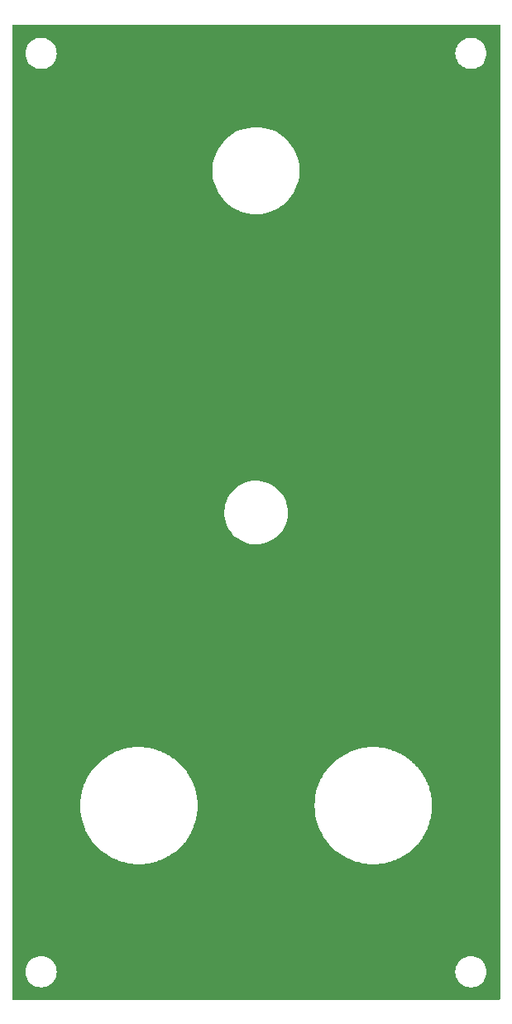
<source format=gbr>
%TF.GenerationSoftware,KiCad,Pcbnew,7.0.9*%
%TF.CreationDate,2024-05-22T12:08:36+01:00*%
%TF.ProjectId,Esp32EduModular-Acc-Panel,45737033-3245-4647-954d-6f64756c6172,rev?*%
%TF.SameCoordinates,Original*%
%TF.FileFunction,Copper,L2,Bot*%
%TF.FilePolarity,Positive*%
%FSLAX46Y46*%
G04 Gerber Fmt 4.6, Leading zero omitted, Abs format (unit mm)*
G04 Created by KiCad (PCBNEW 7.0.9) date 2024-05-22 12:08:36*
%MOMM*%
%LPD*%
G01*
G04 APERTURE LIST*
G04 APERTURE END LIST*
%TA.AperFunction,NonConductor*%
G36*
X99942539Y-50057685D02*
G01*
X99988294Y-50110489D01*
X99999500Y-50162000D01*
X99999500Y-149736000D01*
X99979815Y-149803039D01*
X99927011Y-149848794D01*
X99875500Y-149860000D01*
X50162000Y-149860000D01*
X50094961Y-149840315D01*
X50049206Y-149787511D01*
X50038000Y-149736000D01*
X50038000Y-147000000D01*
X51394551Y-147000000D01*
X51414317Y-147251151D01*
X51473126Y-147496110D01*
X51569533Y-147728859D01*
X51701160Y-147943653D01*
X51701161Y-147943656D01*
X51701164Y-147943659D01*
X51864776Y-148135224D01*
X52013066Y-148261875D01*
X52056343Y-148298838D01*
X52056346Y-148298839D01*
X52271140Y-148430466D01*
X52503889Y-148526873D01*
X52748852Y-148585683D01*
X52904950Y-148597968D01*
X52937116Y-148600500D01*
X52937118Y-148600500D01*
X53062884Y-148600500D01*
X53092518Y-148598167D01*
X53251148Y-148585683D01*
X53496111Y-148526873D01*
X53728859Y-148430466D01*
X53943659Y-148298836D01*
X54135224Y-148135224D01*
X54298836Y-147943659D01*
X54430466Y-147728859D01*
X54526873Y-147496111D01*
X54585683Y-147251148D01*
X54605449Y-147000000D01*
X95394551Y-147000000D01*
X95414317Y-147251151D01*
X95473126Y-147496110D01*
X95569533Y-147728859D01*
X95701160Y-147943653D01*
X95701161Y-147943656D01*
X95701164Y-147943659D01*
X95864776Y-148135224D01*
X96013066Y-148261875D01*
X96056343Y-148298838D01*
X96056346Y-148298839D01*
X96271140Y-148430466D01*
X96503889Y-148526873D01*
X96748852Y-148585683D01*
X96904950Y-148597968D01*
X96937116Y-148600500D01*
X96937118Y-148600500D01*
X97062884Y-148600500D01*
X97092518Y-148598167D01*
X97251148Y-148585683D01*
X97496111Y-148526873D01*
X97728859Y-148430466D01*
X97943659Y-148298836D01*
X98135224Y-148135224D01*
X98298836Y-147943659D01*
X98430466Y-147728859D01*
X98526873Y-147496111D01*
X98585683Y-147251148D01*
X98605449Y-147000000D01*
X98585683Y-146748852D01*
X98526873Y-146503889D01*
X98430466Y-146271141D01*
X98430466Y-146271140D01*
X98298839Y-146056346D01*
X98298838Y-146056343D01*
X98261875Y-146013066D01*
X98135224Y-145864776D01*
X98008571Y-145756604D01*
X97943656Y-145701161D01*
X97943653Y-145701160D01*
X97728859Y-145569533D01*
X97496110Y-145473126D01*
X97251150Y-145414317D01*
X97062884Y-145399500D01*
X97062882Y-145399500D01*
X96937118Y-145399500D01*
X96937116Y-145399500D01*
X96748849Y-145414317D01*
X96503889Y-145473126D01*
X96271140Y-145569533D01*
X96056346Y-145701160D01*
X96056343Y-145701161D01*
X95864776Y-145864776D01*
X95701161Y-146056343D01*
X95701160Y-146056346D01*
X95569533Y-146271140D01*
X95473126Y-146503889D01*
X95414317Y-146748848D01*
X95394551Y-147000000D01*
X54605449Y-147000000D01*
X54585683Y-146748852D01*
X54526873Y-146503889D01*
X54430466Y-146271141D01*
X54430466Y-146271140D01*
X54298839Y-146056346D01*
X54298838Y-146056343D01*
X54261875Y-146013066D01*
X54135224Y-145864776D01*
X54008571Y-145756604D01*
X53943656Y-145701161D01*
X53943653Y-145701160D01*
X53728859Y-145569533D01*
X53496110Y-145473126D01*
X53251150Y-145414317D01*
X53062884Y-145399500D01*
X53062882Y-145399500D01*
X52937118Y-145399500D01*
X52937116Y-145399500D01*
X52748849Y-145414317D01*
X52503889Y-145473126D01*
X52271140Y-145569533D01*
X52056346Y-145701160D01*
X52056343Y-145701161D01*
X51864776Y-145864776D01*
X51701161Y-146056343D01*
X51701160Y-146056346D01*
X51569533Y-146271140D01*
X51473126Y-146503889D01*
X51414317Y-146748848D01*
X51394551Y-147000000D01*
X50038000Y-147000000D01*
X50038000Y-130000000D01*
X56994630Y-130000000D01*
X57014104Y-130483231D01*
X57014104Y-130483230D01*
X57072398Y-130963332D01*
X57072398Y-130963331D01*
X57169136Y-131437184D01*
X57303691Y-131901717D01*
X57475186Y-132353913D01*
X57475186Y-132353912D01*
X57549420Y-132510356D01*
X57682509Y-132790835D01*
X57796476Y-132988232D01*
X57924326Y-133209673D01*
X58012874Y-133337957D01*
X58199050Y-133607680D01*
X58504916Y-133982297D01*
X58504919Y-133982300D01*
X58504919Y-133982301D01*
X58675555Y-134159951D01*
X58839934Y-134331088D01*
X58939574Y-134419361D01*
X59201925Y-134651784D01*
X59201925Y-134651783D01*
X59201932Y-134651789D01*
X59477941Y-134859197D01*
X59588564Y-134942325D01*
X59997318Y-135200805D01*
X59997319Y-135200805D01*
X60425549Y-135425557D01*
X60505473Y-135459609D01*
X60506466Y-135460063D01*
X60508179Y-135460762D01*
X60870466Y-135615118D01*
X60870468Y-135615118D01*
X60870476Y-135615122D01*
X60870475Y-135615122D01*
X60925099Y-135633357D01*
X60955301Y-135643440D01*
X60959089Y-135644845D01*
X60959815Y-135645142D01*
X60970660Y-135648567D01*
X61312310Y-135762628D01*
X61329204Y-135768268D01*
X61419812Y-135790601D01*
X61423646Y-135791678D01*
X61426727Y-135792651D01*
X61426730Y-135792651D01*
X61426735Y-135792653D01*
X61445698Y-135796980D01*
X61798772Y-135884005D01*
X61798780Y-135884006D01*
X61798783Y-135884007D01*
X61798782Y-135884007D01*
X61835648Y-135889998D01*
X61894784Y-135899608D01*
X61898598Y-135900352D01*
X61904125Y-135901614D01*
X61904126Y-135901614D01*
X61904130Y-135901615D01*
X61904131Y-135901615D01*
X61930137Y-135905354D01*
X62276131Y-135961584D01*
X62301444Y-135963627D01*
X62377059Y-135969731D01*
X62380844Y-135970155D01*
X62388808Y-135971301D01*
X62388804Y-135971301D01*
X62420723Y-135973257D01*
X62758186Y-136000500D01*
X62863417Y-136000500D01*
X62867211Y-136000616D01*
X62877558Y-136001250D01*
X62914316Y-136000500D01*
X63241813Y-136000500D01*
X63247916Y-136000007D01*
X63350772Y-135991703D01*
X63354386Y-135991520D01*
X63366905Y-135991265D01*
X63367125Y-135991261D01*
X63367123Y-135991261D01*
X63407671Y-135987110D01*
X63702402Y-135963316D01*
X63723868Y-135961584D01*
X63737833Y-135959314D01*
X63835739Y-135943402D01*
X63839287Y-135942932D01*
X63854245Y-135941402D01*
X63854244Y-135941402D01*
X63854255Y-135941401D01*
X63854252Y-135941401D01*
X63862871Y-135939800D01*
X63897653Y-135933340D01*
X64147248Y-135892777D01*
X64201218Y-135884007D01*
X64201217Y-135884007D01*
X64201219Y-135884006D01*
X64201228Y-135884005D01*
X64315238Y-135855904D01*
X64318700Y-135855156D01*
X64334708Y-135852183D01*
X64335676Y-135852004D01*
X64335679Y-135852003D01*
X64335682Y-135852003D01*
X64380958Y-135839705D01*
X64611011Y-135783003D01*
X64670796Y-135768268D01*
X64670799Y-135768267D01*
X64786097Y-135729774D01*
X64789389Y-135728778D01*
X64808230Y-135723661D01*
X64808229Y-135723661D01*
X64808234Y-135723660D01*
X64808233Y-135723660D01*
X64854504Y-135706936D01*
X65082282Y-135630892D01*
X65129529Y-135615120D01*
X65129528Y-135615120D01*
X65129534Y-135615118D01*
X65245185Y-135565843D01*
X65248325Y-135564607D01*
X65268745Y-135557228D01*
X65268747Y-135557227D01*
X65268750Y-135557226D01*
X65278462Y-135552790D01*
X65315168Y-135536026D01*
X65517573Y-135449789D01*
X65574451Y-135425557D01*
X65584561Y-135420251D01*
X65689498Y-135365175D01*
X65692472Y-135363717D01*
X65714161Y-135353813D01*
X65714160Y-135353813D01*
X65714172Y-135353808D01*
X65714169Y-135353809D01*
X65759971Y-135328189D01*
X66002681Y-135200805D01*
X66002680Y-135200805D01*
X66002685Y-135200803D01*
X66116073Y-135129100D01*
X66118845Y-135127450D01*
X66141516Y-135114770D01*
X66185995Y-135084884D01*
X66411436Y-134942325D01*
X66411436Y-134942326D01*
X66446079Y-134916292D01*
X66522097Y-134859168D01*
X66524695Y-134857321D01*
X66547964Y-134841688D01*
X66547963Y-134841688D01*
X66547970Y-134841684D01*
X66547969Y-134841685D01*
X66570248Y-134823917D01*
X66590480Y-134807781D01*
X66718227Y-134711785D01*
X66798060Y-134651796D01*
X66798060Y-134651795D01*
X66798059Y-134651795D01*
X66798068Y-134651789D01*
X66904903Y-134557141D01*
X66907288Y-134555136D01*
X66930801Y-134536386D01*
X66970793Y-134498767D01*
X67160066Y-134331088D01*
X67261996Y-134224966D01*
X67264116Y-134222868D01*
X67287479Y-134200894D01*
X67311113Y-134174716D01*
X67324446Y-134159951D01*
X67495087Y-133982294D01*
X67515176Y-133957687D01*
X67590935Y-133864900D01*
X67592858Y-133862661D01*
X67615624Y-133837447D01*
X67649138Y-133793615D01*
X67800948Y-133607683D01*
X67800949Y-133607682D01*
X67800949Y-133607683D01*
X67837127Y-133555268D01*
X67889570Y-133479291D01*
X67891284Y-133476932D01*
X67913054Y-133448462D01*
X67913054Y-133448461D01*
X67913060Y-133448454D01*
X67913059Y-133448454D01*
X67942810Y-133402158D01*
X68031304Y-133273952D01*
X68075677Y-133209669D01*
X68086822Y-133190363D01*
X68155948Y-133070634D01*
X68157400Y-133068250D01*
X68177788Y-133036528D01*
X68203515Y-132988245D01*
X68317491Y-132790835D01*
X68388280Y-132641648D01*
X68389532Y-132639161D01*
X68408064Y-132604386D01*
X68429556Y-132554662D01*
X68524817Y-132353905D01*
X68524821Y-132353897D01*
X68545355Y-132299748D01*
X68585021Y-132195158D01*
X68586029Y-132192671D01*
X68602351Y-132154913D01*
X68602351Y-132154914D01*
X68619521Y-132104189D01*
X68696309Y-131901717D01*
X68696850Y-131899850D01*
X68745229Y-131732826D01*
X68759355Y-131691099D01*
X68772132Y-131639947D01*
X68830865Y-131437179D01*
X68830865Y-131437178D01*
X68830867Y-131437172D01*
X68844306Y-131371340D01*
X68866985Y-131260249D01*
X68878032Y-131216031D01*
X68886449Y-131164907D01*
X68920048Y-131000327D01*
X68927602Y-130963331D01*
X68927602Y-130963332D01*
X68933646Y-130913549D01*
X68949951Y-130779261D01*
X68957591Y-130732871D01*
X68961728Y-130682267D01*
X68985896Y-130483232D01*
X68993561Y-130293030D01*
X68997503Y-130244833D01*
X68998179Y-130178424D01*
X69005370Y-130000000D01*
X80994630Y-130000000D01*
X81014104Y-130483231D01*
X81014104Y-130483230D01*
X81072398Y-130963332D01*
X81072398Y-130963331D01*
X81169136Y-131437184D01*
X81303691Y-131901717D01*
X81475186Y-132353913D01*
X81475186Y-132353912D01*
X81549420Y-132510356D01*
X81682509Y-132790835D01*
X81796476Y-132988232D01*
X81924326Y-133209673D01*
X82012874Y-133337957D01*
X82199050Y-133607680D01*
X82504916Y-133982297D01*
X82504919Y-133982300D01*
X82504919Y-133982301D01*
X82675555Y-134159951D01*
X82839934Y-134331088D01*
X82939574Y-134419361D01*
X83201925Y-134651784D01*
X83201925Y-134651783D01*
X83201932Y-134651789D01*
X83477941Y-134859197D01*
X83588564Y-134942325D01*
X83997318Y-135200805D01*
X83997319Y-135200805D01*
X84425549Y-135425557D01*
X84505473Y-135459609D01*
X84506466Y-135460063D01*
X84508179Y-135460762D01*
X84870466Y-135615118D01*
X84870468Y-135615118D01*
X84870476Y-135615122D01*
X84870475Y-135615122D01*
X84925099Y-135633357D01*
X84955301Y-135643440D01*
X84959089Y-135644845D01*
X84959815Y-135645142D01*
X84970660Y-135648567D01*
X85312310Y-135762628D01*
X85329204Y-135768268D01*
X85419812Y-135790601D01*
X85423646Y-135791678D01*
X85426727Y-135792651D01*
X85426730Y-135792651D01*
X85426735Y-135792653D01*
X85445698Y-135796980D01*
X85798772Y-135884005D01*
X85798780Y-135884006D01*
X85798783Y-135884007D01*
X85798782Y-135884007D01*
X85835648Y-135889998D01*
X85894784Y-135899608D01*
X85898598Y-135900352D01*
X85904125Y-135901614D01*
X85904126Y-135901614D01*
X85904130Y-135901615D01*
X85904131Y-135901615D01*
X85930137Y-135905354D01*
X86276131Y-135961584D01*
X86301444Y-135963627D01*
X86377059Y-135969731D01*
X86380844Y-135970155D01*
X86388808Y-135971301D01*
X86388804Y-135971301D01*
X86420723Y-135973257D01*
X86758186Y-136000500D01*
X86863417Y-136000500D01*
X86867211Y-136000616D01*
X86877558Y-136001250D01*
X86914316Y-136000500D01*
X87241813Y-136000500D01*
X87247916Y-136000007D01*
X87350772Y-135991703D01*
X87354386Y-135991520D01*
X87366905Y-135991265D01*
X87367125Y-135991261D01*
X87367123Y-135991261D01*
X87407671Y-135987110D01*
X87702402Y-135963316D01*
X87723868Y-135961584D01*
X87737833Y-135959314D01*
X87835739Y-135943402D01*
X87839287Y-135942932D01*
X87854245Y-135941402D01*
X87854244Y-135941402D01*
X87854255Y-135941401D01*
X87854252Y-135941401D01*
X87862871Y-135939800D01*
X87897653Y-135933340D01*
X88147248Y-135892777D01*
X88201218Y-135884007D01*
X88201217Y-135884007D01*
X88201219Y-135884006D01*
X88201228Y-135884005D01*
X88315238Y-135855904D01*
X88318700Y-135855156D01*
X88334708Y-135852183D01*
X88335676Y-135852004D01*
X88335679Y-135852003D01*
X88335682Y-135852003D01*
X88380958Y-135839705D01*
X88611011Y-135783003D01*
X88670796Y-135768268D01*
X88670799Y-135768267D01*
X88786097Y-135729774D01*
X88789389Y-135728778D01*
X88808230Y-135723661D01*
X88808229Y-135723661D01*
X88808234Y-135723660D01*
X88808233Y-135723660D01*
X88854504Y-135706936D01*
X89082282Y-135630892D01*
X89129529Y-135615120D01*
X89129528Y-135615120D01*
X89129534Y-135615118D01*
X89245185Y-135565843D01*
X89248325Y-135564607D01*
X89268745Y-135557228D01*
X89268747Y-135557227D01*
X89268750Y-135557226D01*
X89278462Y-135552790D01*
X89315168Y-135536026D01*
X89517573Y-135449789D01*
X89574451Y-135425557D01*
X89584561Y-135420251D01*
X89689498Y-135365175D01*
X89692472Y-135363717D01*
X89714161Y-135353813D01*
X89714160Y-135353813D01*
X89714172Y-135353808D01*
X89714169Y-135353809D01*
X89759971Y-135328189D01*
X90002681Y-135200805D01*
X90002680Y-135200805D01*
X90002685Y-135200803D01*
X90116073Y-135129100D01*
X90118845Y-135127450D01*
X90141516Y-135114770D01*
X90185995Y-135084884D01*
X90411436Y-134942325D01*
X90411436Y-134942326D01*
X90446079Y-134916292D01*
X90522097Y-134859168D01*
X90524695Y-134857321D01*
X90547964Y-134841688D01*
X90547963Y-134841688D01*
X90547970Y-134841684D01*
X90547969Y-134841685D01*
X90570248Y-134823917D01*
X90590480Y-134807781D01*
X90718227Y-134711785D01*
X90798060Y-134651796D01*
X90798060Y-134651795D01*
X90798059Y-134651795D01*
X90798068Y-134651789D01*
X90904903Y-134557141D01*
X90907288Y-134555136D01*
X90930801Y-134536386D01*
X90970793Y-134498767D01*
X91160066Y-134331088D01*
X91261996Y-134224966D01*
X91264116Y-134222868D01*
X91287479Y-134200894D01*
X91311113Y-134174716D01*
X91324446Y-134159951D01*
X91495087Y-133982294D01*
X91515176Y-133957687D01*
X91590935Y-133864900D01*
X91592858Y-133862661D01*
X91615624Y-133837447D01*
X91649138Y-133793615D01*
X91800948Y-133607683D01*
X91800949Y-133607682D01*
X91800949Y-133607683D01*
X91837127Y-133555268D01*
X91889570Y-133479291D01*
X91891284Y-133476932D01*
X91913054Y-133448462D01*
X91913054Y-133448461D01*
X91913060Y-133448454D01*
X91913059Y-133448454D01*
X91942810Y-133402158D01*
X92031304Y-133273952D01*
X92075677Y-133209669D01*
X92086822Y-133190363D01*
X92155948Y-133070634D01*
X92157400Y-133068250D01*
X92177788Y-133036528D01*
X92203515Y-132988245D01*
X92317491Y-132790835D01*
X92388280Y-132641648D01*
X92389532Y-132639161D01*
X92408064Y-132604386D01*
X92429556Y-132554662D01*
X92524817Y-132353905D01*
X92524821Y-132353897D01*
X92545355Y-132299748D01*
X92585021Y-132195158D01*
X92586029Y-132192671D01*
X92602351Y-132154913D01*
X92602351Y-132154914D01*
X92619521Y-132104189D01*
X92696309Y-131901717D01*
X92696850Y-131899850D01*
X92745229Y-131732826D01*
X92759355Y-131691099D01*
X92772132Y-131639947D01*
X92830865Y-131437179D01*
X92830865Y-131437178D01*
X92830867Y-131437172D01*
X92844306Y-131371340D01*
X92866985Y-131260249D01*
X92878032Y-131216031D01*
X92886449Y-131164907D01*
X92920048Y-131000327D01*
X92927602Y-130963331D01*
X92927602Y-130963332D01*
X92933646Y-130913549D01*
X92949951Y-130779261D01*
X92957591Y-130732871D01*
X92961728Y-130682267D01*
X92985896Y-130483232D01*
X92993561Y-130293030D01*
X92997503Y-130244833D01*
X92998179Y-130178424D01*
X93005370Y-130000000D01*
X92998179Y-129821575D01*
X92997503Y-129755167D01*
X92993561Y-129706969D01*
X92985896Y-129516768D01*
X92961729Y-129317735D01*
X92957591Y-129267130D01*
X92949950Y-129220728D01*
X92927602Y-129036668D01*
X92927602Y-129036669D01*
X92927601Y-129036668D01*
X92919198Y-128995508D01*
X92886449Y-128835091D01*
X92878032Y-128783969D01*
X92866984Y-128739744D01*
X92831152Y-128564226D01*
X92830867Y-128562828D01*
X92772143Y-128360091D01*
X92759355Y-128308901D01*
X92745227Y-128267168D01*
X92696312Y-128098292D01*
X92619517Y-127895801D01*
X92602352Y-127845091D01*
X92602351Y-127845087D01*
X92586047Y-127807370D01*
X92585010Y-127804812D01*
X92524817Y-127646095D01*
X92429558Y-127445342D01*
X92408064Y-127395614D01*
X92389541Y-127360853D01*
X92388261Y-127358310D01*
X92318785Y-127211893D01*
X92317491Y-127209165D01*
X92203521Y-127011765D01*
X92177788Y-126963472D01*
X92177785Y-126963468D01*
X92177786Y-126963468D01*
X92168674Y-126949291D01*
X92157426Y-126931789D01*
X92155937Y-126929347D01*
X92103209Y-126838019D01*
X92075684Y-126790342D01*
X91942820Y-126597855D01*
X91913058Y-126551544D01*
X91913057Y-126551542D01*
X91913054Y-126551538D01*
X91891304Y-126523093D01*
X91889541Y-126520667D01*
X91800950Y-126392320D01*
X91800942Y-126392310D01*
X91649152Y-126206401D01*
X91615624Y-126162553D01*
X91592888Y-126137371D01*
X91590904Y-126135061D01*
X91495084Y-126017703D01*
X91324440Y-125840044D01*
X91287484Y-125799112D01*
X91287479Y-125799106D01*
X91264171Y-125777182D01*
X91261937Y-125774970D01*
X91160071Y-125668917D01*
X91160066Y-125668912D01*
X90970802Y-125501239D01*
X90930800Y-125463613D01*
X90907328Y-125444895D01*
X90904870Y-125442828D01*
X90798075Y-125348217D01*
X90798073Y-125348215D01*
X90798068Y-125348211D01*
X90590496Y-125192230D01*
X90576190Y-125180821D01*
X90547964Y-125158312D01*
X90524716Y-125142692D01*
X90522070Y-125140811D01*
X90411436Y-125057675D01*
X90186015Y-124915127D01*
X90141515Y-124885229D01*
X90118885Y-124872570D01*
X90116015Y-124870862D01*
X90002691Y-124799200D01*
X89759972Y-124671811D01*
X89714160Y-124646186D01*
X89692505Y-124636296D01*
X89689449Y-124634798D01*
X89574452Y-124574443D01*
X89574451Y-124574443D01*
X89315186Y-124463981D01*
X89268748Y-124442773D01*
X89268747Y-124442773D01*
X89268745Y-124442772D01*
X89261405Y-124440119D01*
X89248387Y-124435414D01*
X89245160Y-124434145D01*
X89194914Y-124412737D01*
X89129534Y-124384882D01*
X89129524Y-124384878D01*
X88854526Y-124293070D01*
X88808231Y-124276339D01*
X88789461Y-124271241D01*
X88786079Y-124270218D01*
X88709747Y-124244736D01*
X88670799Y-124231733D01*
X88670796Y-124231732D01*
X88380972Y-124160297D01*
X88353172Y-124152747D01*
X88335682Y-124147997D01*
X88335677Y-124147996D01*
X88318743Y-124144851D01*
X88315226Y-124144092D01*
X88201230Y-124115995D01*
X88201229Y-124115995D01*
X87897678Y-124066663D01*
X87854243Y-124058597D01*
X87839332Y-124057071D01*
X87835701Y-124056590D01*
X87723869Y-124038416D01*
X87723868Y-124038416D01*
X87407691Y-124012891D01*
X87367116Y-124008738D01*
X87367118Y-124008738D01*
X87354449Y-124008480D01*
X87350724Y-124008292D01*
X87241813Y-123999500D01*
X87241812Y-123999500D01*
X86914316Y-123999500D01*
X86877558Y-123998750D01*
X86877557Y-123998750D01*
X86877555Y-123998750D01*
X86867211Y-123999384D01*
X86863417Y-123999500D01*
X86758187Y-123999500D01*
X86420721Y-124026743D01*
X86407015Y-124027583D01*
X86388808Y-124028699D01*
X86388801Y-124028700D01*
X86388799Y-124028700D01*
X86380869Y-124029839D01*
X86377043Y-124030268D01*
X86276133Y-124038416D01*
X85930136Y-124094646D01*
X85904117Y-124098387D01*
X85904113Y-124098388D01*
X85898614Y-124099642D01*
X85894772Y-124100392D01*
X85808607Y-124114396D01*
X85798772Y-124115995D01*
X85699043Y-124140575D01*
X85445725Y-124203012D01*
X85426735Y-124207347D01*
X85426247Y-124207500D01*
X85423623Y-124208329D01*
X85419806Y-124209400D01*
X85329207Y-124231731D01*
X84970681Y-124351424D01*
X84959811Y-124354859D01*
X84959781Y-124354870D01*
X84959017Y-124355181D01*
X84955259Y-124356572D01*
X84870542Y-124384856D01*
X84870466Y-124384882D01*
X84814174Y-124408865D01*
X84508178Y-124539237D01*
X84506459Y-124539940D01*
X84505463Y-124540394D01*
X84445671Y-124565869D01*
X84425543Y-124574446D01*
X84307698Y-124636296D01*
X83997319Y-124799195D01*
X83997318Y-124799195D01*
X83997315Y-124799197D01*
X83588561Y-125057677D01*
X83201932Y-125348211D01*
X83201925Y-125348217D01*
X83201925Y-125348216D01*
X82939574Y-125580638D01*
X82839934Y-125668912D01*
X82676446Y-125839120D01*
X82504919Y-126017699D01*
X82504916Y-126017703D01*
X82199050Y-126392320D01*
X82089146Y-126551544D01*
X81924326Y-126790327D01*
X81924323Y-126790331D01*
X81924321Y-126790335D01*
X81682509Y-127209165D01*
X81681215Y-127211893D01*
X81475187Y-127646087D01*
X81475186Y-127646088D01*
X81475186Y-127646087D01*
X81380479Y-127895811D01*
X81303688Y-128098292D01*
X81242684Y-128308901D01*
X81169136Y-128562816D01*
X81072398Y-129036669D01*
X81072398Y-129036668D01*
X81044415Y-129267130D01*
X81014104Y-129516768D01*
X81014104Y-129516769D01*
X80994630Y-130000000D01*
X69005370Y-130000000D01*
X68998179Y-129821575D01*
X68997503Y-129755167D01*
X68993561Y-129706969D01*
X68985896Y-129516768D01*
X68961729Y-129317735D01*
X68957591Y-129267130D01*
X68949950Y-129220728D01*
X68927602Y-129036668D01*
X68927602Y-129036669D01*
X68927601Y-129036668D01*
X68919198Y-128995508D01*
X68886449Y-128835091D01*
X68878032Y-128783969D01*
X68866984Y-128739744D01*
X68831152Y-128564226D01*
X68830867Y-128562828D01*
X68772143Y-128360091D01*
X68759355Y-128308901D01*
X68745227Y-128267168D01*
X68696312Y-128098292D01*
X68619517Y-127895801D01*
X68602352Y-127845091D01*
X68602351Y-127845087D01*
X68586047Y-127807370D01*
X68585010Y-127804812D01*
X68524817Y-127646095D01*
X68429558Y-127445342D01*
X68408064Y-127395614D01*
X68389541Y-127360853D01*
X68388261Y-127358310D01*
X68318785Y-127211893D01*
X68317491Y-127209165D01*
X68203521Y-127011765D01*
X68177788Y-126963472D01*
X68177785Y-126963468D01*
X68177786Y-126963468D01*
X68168674Y-126949291D01*
X68157426Y-126931789D01*
X68155937Y-126929347D01*
X68103209Y-126838019D01*
X68075684Y-126790342D01*
X67942820Y-126597855D01*
X67913058Y-126551544D01*
X67913057Y-126551542D01*
X67913054Y-126551538D01*
X67891304Y-126523093D01*
X67889541Y-126520667D01*
X67800950Y-126392320D01*
X67800942Y-126392310D01*
X67649152Y-126206401D01*
X67615624Y-126162553D01*
X67592888Y-126137371D01*
X67590904Y-126135061D01*
X67495084Y-126017703D01*
X67324440Y-125840044D01*
X67287484Y-125799112D01*
X67287479Y-125799106D01*
X67264171Y-125777182D01*
X67261937Y-125774970D01*
X67160071Y-125668917D01*
X67160066Y-125668912D01*
X66970802Y-125501239D01*
X66930800Y-125463613D01*
X66907328Y-125444895D01*
X66904870Y-125442828D01*
X66798075Y-125348217D01*
X66798073Y-125348215D01*
X66798068Y-125348211D01*
X66590496Y-125192230D01*
X66576190Y-125180821D01*
X66547964Y-125158312D01*
X66524716Y-125142692D01*
X66522070Y-125140811D01*
X66411436Y-125057675D01*
X66186015Y-124915127D01*
X66141515Y-124885229D01*
X66118885Y-124872570D01*
X66116015Y-124870862D01*
X66002691Y-124799200D01*
X65759972Y-124671811D01*
X65714160Y-124646186D01*
X65692505Y-124636296D01*
X65689449Y-124634798D01*
X65574452Y-124574443D01*
X65574451Y-124574443D01*
X65315186Y-124463981D01*
X65268748Y-124442773D01*
X65268747Y-124442773D01*
X65268745Y-124442772D01*
X65261405Y-124440119D01*
X65248387Y-124435414D01*
X65245160Y-124434145D01*
X65194914Y-124412737D01*
X65129534Y-124384882D01*
X65129524Y-124384878D01*
X64854526Y-124293070D01*
X64808231Y-124276339D01*
X64789461Y-124271241D01*
X64786079Y-124270218D01*
X64709747Y-124244736D01*
X64670799Y-124231733D01*
X64670796Y-124231732D01*
X64380972Y-124160297D01*
X64353172Y-124152747D01*
X64335682Y-124147997D01*
X64335677Y-124147996D01*
X64318743Y-124144851D01*
X64315226Y-124144092D01*
X64201230Y-124115995D01*
X64201229Y-124115995D01*
X63897678Y-124066663D01*
X63854243Y-124058597D01*
X63839332Y-124057071D01*
X63835701Y-124056590D01*
X63723869Y-124038416D01*
X63723868Y-124038416D01*
X63407691Y-124012891D01*
X63367116Y-124008738D01*
X63367118Y-124008738D01*
X63354449Y-124008480D01*
X63350724Y-124008292D01*
X63241813Y-123999500D01*
X63241812Y-123999500D01*
X62914316Y-123999500D01*
X62877558Y-123998750D01*
X62877557Y-123998750D01*
X62877555Y-123998750D01*
X62867211Y-123999384D01*
X62863417Y-123999500D01*
X62758187Y-123999500D01*
X62420721Y-124026743D01*
X62407015Y-124027583D01*
X62388808Y-124028699D01*
X62388801Y-124028700D01*
X62388799Y-124028700D01*
X62380869Y-124029839D01*
X62377043Y-124030268D01*
X62276133Y-124038416D01*
X61930136Y-124094646D01*
X61904117Y-124098387D01*
X61904113Y-124098388D01*
X61898614Y-124099642D01*
X61894772Y-124100392D01*
X61808607Y-124114396D01*
X61798772Y-124115995D01*
X61699043Y-124140575D01*
X61445725Y-124203012D01*
X61426735Y-124207347D01*
X61426247Y-124207500D01*
X61423623Y-124208329D01*
X61419806Y-124209400D01*
X61329207Y-124231731D01*
X60970681Y-124351424D01*
X60959811Y-124354859D01*
X60959781Y-124354870D01*
X60959017Y-124355181D01*
X60955259Y-124356572D01*
X60870542Y-124384856D01*
X60870466Y-124384882D01*
X60814174Y-124408865D01*
X60508178Y-124539237D01*
X60506459Y-124539940D01*
X60505463Y-124540394D01*
X60445671Y-124565869D01*
X60425543Y-124574446D01*
X60307698Y-124636296D01*
X59997319Y-124799195D01*
X59997318Y-124799195D01*
X59997315Y-124799197D01*
X59588561Y-125057677D01*
X59201932Y-125348211D01*
X59201925Y-125348217D01*
X59201925Y-125348216D01*
X58939574Y-125580638D01*
X58839934Y-125668912D01*
X58676446Y-125839120D01*
X58504919Y-126017699D01*
X58504916Y-126017703D01*
X58199050Y-126392320D01*
X58089146Y-126551544D01*
X57924326Y-126790327D01*
X57924323Y-126790331D01*
X57924321Y-126790335D01*
X57682509Y-127209165D01*
X57681215Y-127211893D01*
X57475187Y-127646087D01*
X57475186Y-127646088D01*
X57475186Y-127646087D01*
X57380479Y-127895811D01*
X57303688Y-128098292D01*
X57242684Y-128308901D01*
X57169136Y-128562816D01*
X57072398Y-129036669D01*
X57072398Y-129036668D01*
X57044415Y-129267130D01*
X57014104Y-129516768D01*
X57014104Y-129516769D01*
X56994630Y-130000000D01*
X50038000Y-130000000D01*
X50038000Y-99910291D01*
X71745792Y-99910291D01*
X71755675Y-100268822D01*
X71755675Y-100268827D01*
X71755676Y-100268832D01*
X71804941Y-100624103D01*
X71804942Y-100624107D01*
X71892989Y-100971799D01*
X71892989Y-100971801D01*
X72018751Y-101307695D01*
X72018752Y-101307698D01*
X72169841Y-101606256D01*
X72180704Y-101627721D01*
X72376878Y-101927988D01*
X72376880Y-101927990D01*
X72604894Y-102204853D01*
X72604899Y-102204858D01*
X72861985Y-102454955D01*
X72861990Y-102454959D01*
X73145011Y-102675243D01*
X73145014Y-102675245D01*
X73145022Y-102675251D01*
X73450580Y-102863077D01*
X73774946Y-103016149D01*
X73774948Y-103016149D01*
X73774953Y-103016152D01*
X73774952Y-103016152D01*
X74114168Y-103132604D01*
X74114183Y-103132609D01*
X74464172Y-103211043D01*
X74820665Y-103250500D01*
X75089598Y-103250500D01*
X75127731Y-103248396D01*
X75358125Y-103235685D01*
X75711904Y-103176650D01*
X76057041Y-103079054D01*
X76389346Y-102944083D01*
X76704787Y-102773375D01*
X76999534Y-102569002D01*
X77270010Y-102333445D01*
X77512931Y-102069562D01*
X77725348Y-101780559D01*
X77904683Y-101469941D01*
X78048759Y-101141481D01*
X78155827Y-100799164D01*
X78224588Y-100447147D01*
X78254207Y-100089702D01*
X78244324Y-99731168D01*
X78195059Y-99375897D01*
X78107011Y-99028202D01*
X78043480Y-98858519D01*
X77981248Y-98692304D01*
X77981247Y-98692301D01*
X77899142Y-98530058D01*
X77819296Y-98372279D01*
X77623122Y-98072012D01*
X77395107Y-97795148D01*
X77262920Y-97666555D01*
X77138014Y-97545044D01*
X77138009Y-97545040D01*
X76854988Y-97324756D01*
X76854985Y-97324754D01*
X76854982Y-97324752D01*
X76854978Y-97324749D01*
X76549420Y-97136923D01*
X76549419Y-97136922D01*
X76549415Y-97136920D01*
X76225046Y-96983847D01*
X76225047Y-96983847D01*
X75885831Y-96867395D01*
X75885820Y-96867392D01*
X75885817Y-96867391D01*
X75535828Y-96788957D01*
X75535824Y-96788956D01*
X75179335Y-96749500D01*
X74910405Y-96749500D01*
X74910402Y-96749500D01*
X74641874Y-96764315D01*
X74288094Y-96823350D01*
X74288090Y-96823351D01*
X73942960Y-96920945D01*
X73942957Y-96920946D01*
X73610661Y-97055913D01*
X73610648Y-97055919D01*
X73295220Y-97226620D01*
X73295219Y-97226621D01*
X73000460Y-97431002D01*
X72729996Y-97666548D01*
X72729992Y-97666551D01*
X72487067Y-97930440D01*
X72274652Y-98219441D01*
X72274651Y-98219442D01*
X72095317Y-98530058D01*
X71951240Y-98858520D01*
X71951239Y-98858521D01*
X71844173Y-99200832D01*
X71775412Y-99552849D01*
X71775410Y-99552863D01*
X71745793Y-99910287D01*
X71745792Y-99910291D01*
X50038000Y-99910291D01*
X50038000Y-65212003D01*
X70549500Y-65212003D01*
X70577712Y-65507463D01*
X70589804Y-65634093D01*
X70589806Y-65634105D01*
X70670045Y-66050423D01*
X70670049Y-66050440D01*
X70789500Y-66457256D01*
X70789504Y-66457268D01*
X70947088Y-66850893D01*
X70947090Y-66850897D01*
X70947092Y-66850901D01*
X71141383Y-67227773D01*
X71217669Y-67346477D01*
X71370614Y-67584465D01*
X71370619Y-67584471D01*
X71632722Y-67917763D01*
X71632731Y-67917772D01*
X71925323Y-68224633D01*
X72245762Y-68502295D01*
X72245775Y-68502306D01*
X72591134Y-68748235D01*
X72591142Y-68748241D01*
X72591149Y-68748245D01*
X72958350Y-68960248D01*
X73344040Y-69136387D01*
X73455136Y-69174837D01*
X73744714Y-69275062D01*
X73744720Y-69275063D01*
X73744727Y-69275066D01*
X74156782Y-69375029D01*
X74576473Y-69435372D01*
X74830507Y-69447473D01*
X74894046Y-69450500D01*
X74894050Y-69450500D01*
X75105954Y-69450500D01*
X75166466Y-69447617D01*
X75423527Y-69435372D01*
X75843218Y-69375029D01*
X76255273Y-69275066D01*
X76655960Y-69136387D01*
X77041650Y-68960248D01*
X77408851Y-68748245D01*
X77430653Y-68732719D01*
X77754224Y-68502306D01*
X77754227Y-68502303D01*
X77754236Y-68502297D01*
X78074679Y-68224631D01*
X78367278Y-67917763D01*
X78629381Y-67584471D01*
X78858617Y-67227774D01*
X79052908Y-66850901D01*
X79210496Y-66457267D01*
X79329952Y-66050435D01*
X79410196Y-65634090D01*
X79450500Y-65212003D01*
X79450500Y-64787997D01*
X79410196Y-64365910D01*
X79329952Y-63949565D01*
X79210496Y-63542733D01*
X79052908Y-63149099D01*
X78858617Y-62772227D01*
X78734557Y-62579186D01*
X78629385Y-62415534D01*
X78367285Y-62082246D01*
X78367278Y-62082237D01*
X78074679Y-61775369D01*
X77754236Y-61497703D01*
X77754234Y-61497702D01*
X77754224Y-61497693D01*
X77408865Y-61251764D01*
X77408857Y-61251758D01*
X77041654Y-61039754D01*
X76655969Y-60863617D01*
X76655967Y-60863616D01*
X76655960Y-60863613D01*
X76655952Y-60863610D01*
X76655944Y-60863607D01*
X76255285Y-60724937D01*
X76255274Y-60724934D01*
X75843219Y-60624971D01*
X75423530Y-60564628D01*
X75423531Y-60564628D01*
X75105954Y-60549500D01*
X75105950Y-60549500D01*
X74894050Y-60549500D01*
X74894046Y-60549500D01*
X74576468Y-60564628D01*
X74156780Y-60624971D01*
X73744725Y-60724934D01*
X73744714Y-60724937D01*
X73344055Y-60863607D01*
X73344030Y-60863617D01*
X72958345Y-61039754D01*
X72591142Y-61251758D01*
X72591134Y-61251764D01*
X72245775Y-61497693D01*
X72245762Y-61497704D01*
X71925323Y-61775366D01*
X71632731Y-62082227D01*
X71632714Y-62082246D01*
X71370610Y-62415540D01*
X71370608Y-62415543D01*
X71141387Y-62772218D01*
X71141383Y-62772225D01*
X70947087Y-63149108D01*
X70789504Y-63542731D01*
X70789500Y-63542743D01*
X70670049Y-63949559D01*
X70670045Y-63949576D01*
X70589806Y-64365894D01*
X70589804Y-64365906D01*
X70589804Y-64365910D01*
X70549500Y-64787997D01*
X70549500Y-65212003D01*
X50038000Y-65212003D01*
X50038000Y-53000000D01*
X51394551Y-53000000D01*
X51414317Y-53251151D01*
X51473126Y-53496110D01*
X51569533Y-53728859D01*
X51701160Y-53943653D01*
X51701161Y-53943656D01*
X51701164Y-53943659D01*
X51864776Y-54135224D01*
X52013066Y-54261875D01*
X52056343Y-54298838D01*
X52056346Y-54298839D01*
X52271140Y-54430466D01*
X52503889Y-54526873D01*
X52748852Y-54585683D01*
X52904950Y-54597968D01*
X52937116Y-54600500D01*
X52937118Y-54600500D01*
X53062884Y-54600500D01*
X53092518Y-54598167D01*
X53251148Y-54585683D01*
X53496111Y-54526873D01*
X53728859Y-54430466D01*
X53943659Y-54298836D01*
X54135224Y-54135224D01*
X54298836Y-53943659D01*
X54430466Y-53728859D01*
X54526873Y-53496111D01*
X54585683Y-53251148D01*
X54605449Y-53000000D01*
X95394551Y-53000000D01*
X95414317Y-53251151D01*
X95473126Y-53496110D01*
X95569533Y-53728859D01*
X95701160Y-53943653D01*
X95701161Y-53943656D01*
X95701164Y-53943659D01*
X95864776Y-54135224D01*
X96013066Y-54261875D01*
X96056343Y-54298838D01*
X96056346Y-54298839D01*
X96271140Y-54430466D01*
X96503889Y-54526873D01*
X96748852Y-54585683D01*
X96904950Y-54597968D01*
X96937116Y-54600500D01*
X96937118Y-54600500D01*
X97062884Y-54600500D01*
X97092518Y-54598167D01*
X97251148Y-54585683D01*
X97496111Y-54526873D01*
X97728859Y-54430466D01*
X97943659Y-54298836D01*
X98135224Y-54135224D01*
X98298836Y-53943659D01*
X98430466Y-53728859D01*
X98526873Y-53496111D01*
X98585683Y-53251148D01*
X98605449Y-53000000D01*
X98585683Y-52748852D01*
X98526873Y-52503889D01*
X98430466Y-52271141D01*
X98430466Y-52271140D01*
X98298839Y-52056346D01*
X98298838Y-52056343D01*
X98261875Y-52013066D01*
X98135224Y-51864776D01*
X98008571Y-51756604D01*
X97943656Y-51701161D01*
X97943653Y-51701160D01*
X97728859Y-51569533D01*
X97496110Y-51473126D01*
X97251150Y-51414317D01*
X97062884Y-51399500D01*
X97062882Y-51399500D01*
X96937118Y-51399500D01*
X96937116Y-51399500D01*
X96748849Y-51414317D01*
X96503889Y-51473126D01*
X96271140Y-51569533D01*
X96056346Y-51701160D01*
X96056343Y-51701161D01*
X95864776Y-51864776D01*
X95701161Y-52056343D01*
X95701160Y-52056346D01*
X95569533Y-52271140D01*
X95473126Y-52503889D01*
X95414317Y-52748848D01*
X95394551Y-53000000D01*
X54605449Y-53000000D01*
X54585683Y-52748852D01*
X54526873Y-52503889D01*
X54430466Y-52271141D01*
X54430466Y-52271140D01*
X54298839Y-52056346D01*
X54298838Y-52056343D01*
X54261875Y-52013066D01*
X54135224Y-51864776D01*
X54008571Y-51756604D01*
X53943656Y-51701161D01*
X53943653Y-51701160D01*
X53728859Y-51569533D01*
X53496110Y-51473126D01*
X53251150Y-51414317D01*
X53062884Y-51399500D01*
X53062882Y-51399500D01*
X52937118Y-51399500D01*
X52937116Y-51399500D01*
X52748849Y-51414317D01*
X52503889Y-51473126D01*
X52271140Y-51569533D01*
X52056346Y-51701160D01*
X52056343Y-51701161D01*
X51864776Y-51864776D01*
X51701161Y-52056343D01*
X51701160Y-52056346D01*
X51569533Y-52271140D01*
X51473126Y-52503889D01*
X51414317Y-52748848D01*
X51394551Y-53000000D01*
X50038000Y-53000000D01*
X50038000Y-50162000D01*
X50057685Y-50094961D01*
X50110489Y-50049206D01*
X50162000Y-50038000D01*
X99875500Y-50038000D01*
X99942539Y-50057685D01*
G37*
%TD.AperFunction*%
M02*

</source>
